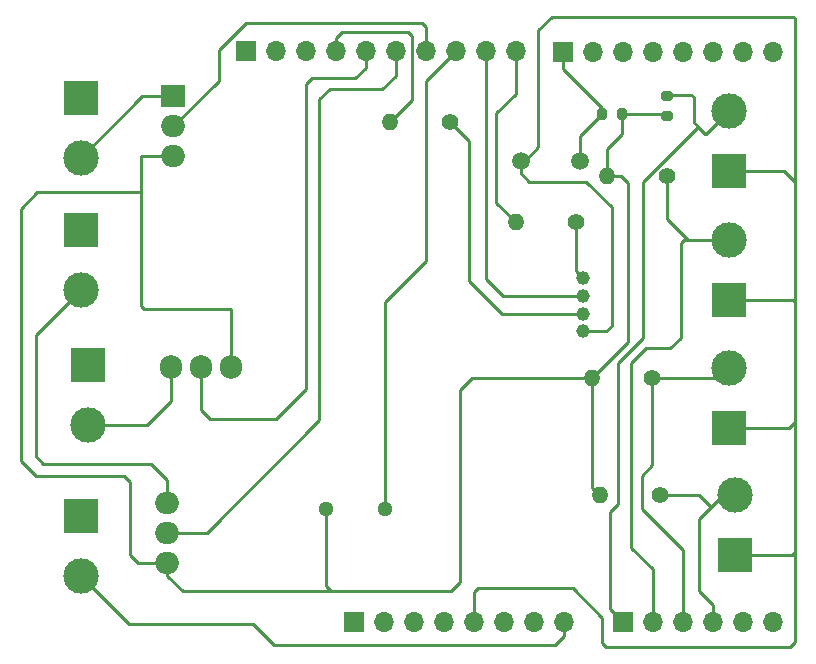
<source format=gtl>
%TF.GenerationSoftware,KiCad,Pcbnew,(6.0.2)*%
%TF.CreationDate,2024-04-01T14:50:51-05:00*%
%TF.ProjectId,Security_Mat,53656375-7269-4747-995f-4d61742e6b69,rev?*%
%TF.SameCoordinates,Original*%
%TF.FileFunction,Copper,L1,Top*%
%TF.FilePolarity,Positive*%
%FSLAX46Y46*%
G04 Gerber Fmt 4.6, Leading zero omitted, Abs format (unit mm)*
G04 Created by KiCad (PCBNEW (6.0.2)) date 2024-04-01 14:50:51*
%MOMM*%
%LPD*%
G01*
G04 APERTURE LIST*
G04 Aperture macros list*
%AMRoundRect*
0 Rectangle with rounded corners*
0 $1 Rounding radius*
0 $2 $3 $4 $5 $6 $7 $8 $9 X,Y pos of 4 corners*
0 Add a 4 corners polygon primitive as box body*
4,1,4,$2,$3,$4,$5,$6,$7,$8,$9,$2,$3,0*
0 Add four circle primitives for the rounded corners*
1,1,$1+$1,$2,$3*
1,1,$1+$1,$4,$5*
1,1,$1+$1,$6,$7*
1,1,$1+$1,$8,$9*
0 Add four rect primitives between the rounded corners*
20,1,$1+$1,$2,$3,$4,$5,0*
20,1,$1+$1,$4,$5,$6,$7,0*
20,1,$1+$1,$6,$7,$8,$9,0*
20,1,$1+$1,$8,$9,$2,$3,0*%
G04 Aperture macros list end*
%TA.AperFunction,ComponentPad*%
%ADD10C,1.400000*%
%TD*%
%TA.AperFunction,ComponentPad*%
%ADD11O,1.400000X1.400000*%
%TD*%
%TA.AperFunction,SMDPad,CuDef*%
%ADD12RoundRect,0.200000X-0.275000X0.200000X-0.275000X-0.200000X0.275000X-0.200000X0.275000X0.200000X0*%
%TD*%
%TA.AperFunction,ComponentPad*%
%ADD13R,3.000000X3.000000*%
%TD*%
%TA.AperFunction,ComponentPad*%
%ADD14C,3.000000*%
%TD*%
%TA.AperFunction,ComponentPad*%
%ADD15R,1.700000X1.700000*%
%TD*%
%TA.AperFunction,ComponentPad*%
%ADD16O,1.700000X1.700000*%
%TD*%
%TA.AperFunction,ComponentPad*%
%ADD17O,2.000000X1.905000*%
%TD*%
%TA.AperFunction,ComponentPad*%
%ADD18C,1.508000*%
%TD*%
%TA.AperFunction,ComponentPad*%
%ADD19R,2.000000X1.905000*%
%TD*%
%TA.AperFunction,ComponentPad*%
%ADD20C,1.170000*%
%TD*%
%TA.AperFunction,SMDPad,CuDef*%
%ADD21RoundRect,0.200000X-0.200000X-0.275000X0.200000X-0.275000X0.200000X0.275000X-0.200000X0.275000X0*%
%TD*%
%TA.AperFunction,ComponentPad*%
%ADD22C,1.280000*%
%TD*%
%TA.AperFunction,ComponentPad*%
%ADD23O,1.905000X2.000000*%
%TD*%
%TA.AperFunction,Conductor*%
%ADD24C,0.250000*%
%TD*%
G04 APERTURE END LIST*
D10*
%TO.P,R6,1*%
%TO.N,Net-(R6-Pad1)*%
X155067000Y-76835000D03*
D11*
%TO.P,R6,2*%
%TO.N,Net-(J7-Pad10)*%
X149987000Y-76835000D03*
%TD*%
D12*
%TO.P,R2,1*%
%TO.N,Net-(J1-Pad2)*%
X162814000Y-66167000D03*
%TO.P,R2,2*%
%TO.N,GND*%
X162814000Y-67817000D03*
%TD*%
D13*
%TO.P,J9,1,Pin_1*%
%TO.N,unconnected-(J9-Pad1)*%
X113157000Y-101727000D03*
D14*
%TO.P,J9,2,Pin_2*%
%TO.N,Net-(J5-Pad8)*%
X113157000Y-106807000D03*
%TD*%
D15*
%TO.P,J8,1,7*%
%TO.N,Net-(J8-Pad1)*%
X153990000Y-62390000D03*
D16*
%TO.P,J8,2,6*%
%TO.N,unconnected-(J8-Pad2)*%
X156530000Y-62390000D03*
%TO.P,J8,3,5*%
%TO.N,unconnected-(J8-Pad3)*%
X159070000Y-62390000D03*
%TO.P,J8,4,4*%
%TO.N,unconnected-(J8-Pad4)*%
X161610000Y-62390000D03*
%TO.P,J8,5,3*%
%TO.N,unconnected-(J8-Pad5)*%
X164150000Y-62390000D03*
%TO.P,J8,6,2*%
%TO.N,unconnected-(J8-Pad6)*%
X166690000Y-62390000D03*
%TO.P,J8,7,TX-1*%
%TO.N,unconnected-(J8-Pad7)*%
X169230000Y-62390000D03*
%TO.P,J8,8,RX-0*%
%TO.N,unconnected-(J8-Pad8)*%
X171770000Y-62390000D03*
%TD*%
D10*
%TO.P,R3,1*%
%TO.N,Net-(J2-Pad2)*%
X162814000Y-72898000D03*
D11*
%TO.P,R3,2*%
%TO.N,GND*%
X157734000Y-72898000D03*
%TD*%
D10*
%TO.P,R7,1*%
%TO.N,Net-(R7-Pad1)*%
X144399000Y-68326000D03*
D11*
%TO.P,R7,2*%
%TO.N,Net-(J7-Pad4)*%
X139319000Y-68326000D03*
%TD*%
D17*
%TO.P,Q2,1,G*%
%TO.N,Net-(J11-Pad2)*%
X120467000Y-100584000D03*
%TO.P,Q2,2,D*%
%TO.N,Net-(J7-Pad6)*%
X120467000Y-103124000D03*
%TO.P,Q2,3,S*%
%TO.N,GND*%
X120467000Y-105664000D03*
%TD*%
D13*
%TO.P,J2,1,Pin_1*%
%TO.N,/5V*%
X168021000Y-83439000D03*
D14*
%TO.P,J2,2,Pin_2*%
%TO.N,Net-(J2-Pad2)*%
X168021000Y-78359000D03*
%TD*%
D13*
%TO.P,J3,1,Pin_1*%
%TO.N,/5V*%
X168021000Y-94234000D03*
D14*
%TO.P,J3,2,Pin_2*%
%TO.N,Net-(J3-Pad2)*%
X168021000Y-89154000D03*
%TD*%
D15*
%TO.P,J7,1,SCL*%
%TO.N,unconnected-(J7-Pad1)*%
X127100000Y-62350000D03*
D16*
%TO.P,J7,2,SDA*%
%TO.N,unconnected-(J7-Pad2)*%
X129640000Y-62350000D03*
%TO.P,J7,3,AREF*%
%TO.N,unconnected-(J7-Pad3)*%
X132180000Y-62350000D03*
%TO.P,J7,4,GND*%
%TO.N,Net-(J7-Pad4)*%
X134720000Y-62350000D03*
%TO.P,J7,5,13*%
%TO.N,Net-(J7-Pad5)*%
X137260000Y-62350000D03*
%TO.P,J7,6,12*%
%TO.N,Net-(J7-Pad6)*%
X139800000Y-62350000D03*
%TO.P,J7,7,11*%
%TO.N,Net-(J7-Pad7)*%
X142340000Y-62350000D03*
%TO.P,J7,8,10*%
%TO.N,Net-(J7-Pad8)*%
X144880000Y-62350000D03*
%TO.P,J7,9,9*%
%TO.N,Net-(J7-Pad9)*%
X147420000Y-62350000D03*
%TO.P,J7,10,8*%
%TO.N,Net-(J7-Pad10)*%
X149960000Y-62350000D03*
%TD*%
D15*
%TO.P,J5,1*%
%TO.N,unconnected-(J5-Pad1)*%
X136300000Y-110700000D03*
D16*
%TO.P,J5,2,IOREF*%
%TO.N,unconnected-(J5-Pad2)*%
X138840000Y-110700000D03*
%TO.P,J5,3,RESET*%
%TO.N,unconnected-(J5-Pad3)*%
X141380000Y-110700000D03*
%TO.P,J5,4,3.3V*%
%TO.N,unconnected-(J5-Pad4)*%
X143920000Y-110700000D03*
%TO.P,J5,5,5V*%
%TO.N,/5V*%
X146460000Y-110700000D03*
%TO.P,J5,6,GND*%
%TO.N,unconnected-(J5-Pad6)*%
X149000000Y-110700000D03*
%TO.P,J5,7,GND*%
%TO.N,unconnected-(J5-Pad7)*%
X151540000Y-110700000D03*
%TO.P,J5,8,Vin*%
%TO.N,Net-(J5-Pad8)*%
X154080000Y-110700000D03*
%TD*%
D10*
%TO.P,R4,1*%
%TO.N,Net-(J3-Pad2)*%
X161544000Y-90043000D03*
D11*
%TO.P,R4,2*%
%TO.N,GND*%
X156464000Y-90043000D03*
%TD*%
D18*
%TO.P,SW1,1,A*%
%TO.N,/5V*%
X150408000Y-71628000D03*
%TO.P,SW1,2,B*%
%TO.N,Net-(J8-Pad1)*%
X155408000Y-71628000D03*
%TD*%
D19*
%TO.P,Q3,1,G*%
%TO.N,Net-(J10-Pad2)*%
X120975000Y-66167000D03*
D17*
%TO.P,Q3,2,D*%
%TO.N,Net-(J7-Pad7)*%
X120975000Y-68707000D03*
%TO.P,Q3,3,S*%
%TO.N,GND*%
X120975000Y-71247000D03*
%TD*%
D15*
%TO.P,J6,1,A0*%
%TO.N,Net-(J1-Pad2)*%
X159070000Y-110650000D03*
D16*
%TO.P,J6,2,A1*%
%TO.N,Net-(J2-Pad2)*%
X161610000Y-110650000D03*
%TO.P,J6,3,A2*%
%TO.N,Net-(J3-Pad2)*%
X164150000Y-110650000D03*
%TO.P,J6,4,A3*%
%TO.N,Net-(J4-Pad2)*%
X166690000Y-110650000D03*
%TO.P,J6,5,A4*%
%TO.N,unconnected-(J6-Pad5)*%
X169230000Y-110650000D03*
%TO.P,J6,6,A5*%
%TO.N,unconnected-(J6-Pad6)*%
X171770000Y-110650000D03*
%TD*%
D13*
%TO.P,J1,1,Pin_1*%
%TO.N,/5V*%
X168021000Y-72517000D03*
D14*
%TO.P,J1,2,Pin_2*%
%TO.N,Net-(J1-Pad2)*%
X168021000Y-67437000D03*
%TD*%
D20*
%TO.P,U1,1,RXD*%
%TO.N,Net-(R6-Pad1)*%
X155644000Y-81570000D03*
%TO.P,U1,2,TX*%
%TO.N,Net-(J7-Pad9)*%
X155644000Y-83070000D03*
%TO.P,U1,3,GND*%
%TO.N,Net-(R7-Pad1)*%
X155644000Y-84570000D03*
%TO.P,U1,4,Vcc*%
%TO.N,/5V*%
X155644000Y-86070000D03*
%TD*%
D21*
%TO.P,R1,1*%
%TO.N,Net-(J8-Pad1)*%
X157290000Y-67691000D03*
%TO.P,R1,2*%
%TO.N,GND*%
X158940000Y-67691000D03*
%TD*%
D13*
%TO.P,J10,1,Pin_1*%
%TO.N,unconnected-(J10-Pad1)*%
X113157000Y-66294000D03*
D14*
%TO.P,J10,2,Pin_2*%
%TO.N,Net-(J10-Pad2)*%
X113157000Y-71374000D03*
%TD*%
D10*
%TO.P,R5,1*%
%TO.N,Net-(J4-Pad2)*%
X162179000Y-99949000D03*
D11*
%TO.P,R5,2*%
%TO.N,GND*%
X157099000Y-99949000D03*
%TD*%
D22*
%TO.P,LS1,1*%
%TO.N,Net-(J7-Pad8)*%
X138898000Y-101092000D03*
%TO.P,LS1,2*%
%TO.N,GND*%
X133898000Y-101092000D03*
%TD*%
D13*
%TO.P,J11,1,Pin_1*%
%TO.N,unconnected-(J11-Pad1)*%
X113157000Y-77470000D03*
D14*
%TO.P,J11,2,Pin_2*%
%TO.N,Net-(J11-Pad2)*%
X113157000Y-82550000D03*
%TD*%
D13*
%TO.P,J4,1,Pin_1*%
%TO.N,/5V*%
X168529000Y-105029000D03*
D14*
%TO.P,J4,2,Pin_2*%
%TO.N,Net-(J4-Pad2)*%
X168529000Y-99949000D03*
%TD*%
D13*
%TO.P,J12,1,Pin_1*%
%TO.N,unconnected-(J12-Pad1)*%
X113792000Y-88900000D03*
D14*
%TO.P,J12,2,Pin_2*%
%TO.N,Net-(J12-Pad2)*%
X113792000Y-93980000D03*
%TD*%
D23*
%TO.P,Q1,1,G*%
%TO.N,Net-(J12-Pad2)*%
X120777000Y-89083000D03*
%TO.P,Q1,2,D*%
%TO.N,Net-(J7-Pad5)*%
X123317000Y-89083000D03*
%TO.P,Q1,3,S*%
%TO.N,GND*%
X125857000Y-89083000D03*
%TD*%
D24*
%TO.N,Net-(J11-Pad2)*%
X109347000Y-86360000D02*
X113157000Y-82550000D01*
X109347000Y-96647000D02*
X109347000Y-86360000D01*
X119126000Y-97282000D02*
X109982000Y-97282000D01*
X109982000Y-97282000D02*
X109347000Y-96647000D01*
X120467000Y-98623000D02*
X119126000Y-97282000D01*
X120467000Y-100584000D02*
X120467000Y-98623000D01*
%TO.N,GND*%
X109474000Y-74295000D02*
X118237000Y-74295000D01*
X109347000Y-98298000D02*
X108077000Y-97028000D01*
X108077000Y-97028000D02*
X108077000Y-75692000D01*
X116840000Y-98298000D02*
X109347000Y-98298000D01*
X117348000Y-98806000D02*
X116840000Y-98298000D01*
X117983000Y-105664000D02*
X117348000Y-105029000D01*
X117348000Y-105029000D02*
X117348000Y-98806000D01*
X120467000Y-105664000D02*
X117983000Y-105664000D01*
X108077000Y-75692000D02*
X109474000Y-74295000D01*
%TO.N,Net-(J5-Pad8)*%
X154080000Y-110700000D02*
X154080000Y-111858000D01*
X153289000Y-112649000D02*
X129540000Y-112649000D01*
X117221000Y-110871000D02*
X113157000Y-106807000D01*
X154080000Y-111858000D02*
X153289000Y-112649000D01*
X127762000Y-110871000D02*
X117221000Y-110871000D01*
X129540000Y-112649000D02*
X127762000Y-110871000D01*
%TO.N,GND*%
X159004000Y-67755000D02*
X158940000Y-67691000D01*
X145288000Y-91059000D02*
X146304000Y-90043000D01*
X158940000Y-67691000D02*
X160782000Y-67691000D01*
X146304000Y-90043000D02*
X156464000Y-90043000D01*
X118237000Y-71247000D02*
X120975000Y-71247000D01*
X160782000Y-67691000D02*
X162688000Y-67691000D01*
X162688000Y-67691000D02*
X162814000Y-67817000D01*
X118237000Y-74295000D02*
X118237000Y-83947000D01*
X157734000Y-72898000D02*
X157734000Y-70612000D01*
X156464000Y-90043000D02*
X156464000Y-99314000D01*
X145288000Y-102616000D02*
X145288000Y-91059000D01*
X159512000Y-73533000D02*
X158877000Y-72898000D01*
X145288000Y-102616000D02*
X145288000Y-107315000D01*
X156464000Y-99314000D02*
X157099000Y-99949000D01*
X125857000Y-84201000D02*
X125857000Y-89083000D01*
X118491000Y-84201000D02*
X125857000Y-84201000D01*
X118237000Y-74295000D02*
X118237000Y-71247000D01*
X133898000Y-101092000D02*
X133898000Y-107609000D01*
X158877000Y-72898000D02*
X157734000Y-72898000D01*
X159512000Y-86995000D02*
X159512000Y-73533000D01*
X157734000Y-70612000D02*
X159004000Y-69342000D01*
X134366000Y-108077000D02*
X121793000Y-108077000D01*
X121793000Y-108077000D02*
X120467000Y-106751000D01*
X133898000Y-107609000D02*
X134366000Y-108077000D01*
X144526000Y-108077000D02*
X134366000Y-108077000D01*
X156464000Y-90043000D02*
X159512000Y-86995000D01*
X118237000Y-83947000D02*
X118491000Y-84201000D01*
X120467000Y-106751000D02*
X120467000Y-105664000D01*
X145288000Y-107315000D02*
X144526000Y-108077000D01*
X162624000Y-67627000D02*
X162814000Y-67817000D01*
X159004000Y-69342000D02*
X159004000Y-67755000D01*
%TO.N,/5V*%
X157643000Y-86070000D02*
X158115000Y-85598000D01*
X173609000Y-104775000D02*
X173609000Y-112395000D01*
X168021000Y-83439000D02*
X173482000Y-83439000D01*
X151892000Y-60579000D02*
X153035000Y-59436000D01*
X157295000Y-112464000D02*
X157295000Y-110305000D01*
X173609000Y-93726000D02*
X173609000Y-83566000D01*
X173609000Y-73533000D02*
X173609000Y-73406000D01*
X154813000Y-107823000D02*
X146812000Y-107823000D01*
X168021000Y-94234000D02*
X173101000Y-94234000D01*
X173228000Y-112776000D02*
X165354000Y-112776000D01*
X165354000Y-112776000D02*
X157607000Y-112776000D01*
X173609000Y-59563000D02*
X173609000Y-73533000D01*
X158115000Y-85598000D02*
X158115000Y-75565000D01*
X157607000Y-112776000D02*
X157295000Y-112464000D01*
X173609000Y-83566000D02*
X173609000Y-73533000D01*
X151892000Y-70485000D02*
X151892000Y-60579000D01*
X173355000Y-105029000D02*
X173609000Y-104775000D01*
X173609000Y-73406000D02*
X172720000Y-72517000D01*
X173482000Y-59436000D02*
X173609000Y-59563000D01*
X172720000Y-72517000D02*
X168021000Y-72517000D01*
X146812000Y-107823000D02*
X146460000Y-108175000D01*
X153035000Y-59436000D02*
X173482000Y-59436000D01*
X150408000Y-71628000D02*
X150749000Y-71628000D01*
X173482000Y-83439000D02*
X173609000Y-83566000D01*
X157295000Y-110305000D02*
X154813000Y-107823000D01*
X173609000Y-93726000D02*
X173609000Y-104775000D01*
X158115000Y-75565000D02*
X155956000Y-73406000D01*
X150749000Y-71628000D02*
X151892000Y-70485000D01*
X155956000Y-73406000D02*
X151130000Y-73406000D01*
X173609000Y-112395000D02*
X173228000Y-112776000D01*
X173101000Y-94234000D02*
X173609000Y-93726000D01*
X150408000Y-72684000D02*
X150408000Y-71628000D01*
X146460000Y-108175000D02*
X146460000Y-110700000D01*
X168529000Y-105029000D02*
X173355000Y-105029000D01*
X155644000Y-86070000D02*
X157643000Y-86070000D01*
X151130000Y-73406000D02*
X150408000Y-72684000D01*
%TO.N,Net-(J1-Pad2)*%
X164846000Y-66040000D02*
X162941000Y-66040000D01*
X165036500Y-68389500D02*
X165417500Y-68770500D01*
X160782000Y-77597000D02*
X160718500Y-77533500D01*
X157988000Y-101346000D02*
X158623000Y-100711000D01*
X165417500Y-68770500D02*
X165989000Y-69342000D01*
X165036500Y-68389500D02*
X165036500Y-66230500D01*
X158623000Y-88773000D02*
X160782000Y-86614000D01*
X160718500Y-73469500D02*
X165417500Y-68770500D01*
X162941000Y-66040000D02*
X162814000Y-66167000D01*
X165989000Y-69342000D02*
X166116000Y-69342000D01*
X165036500Y-66230500D02*
X164846000Y-66040000D01*
X158623000Y-100711000D02*
X158623000Y-88773000D01*
X160782000Y-86614000D02*
X160782000Y-77597000D01*
X159070000Y-110650000D02*
X157988000Y-109568000D01*
X157988000Y-109568000D02*
X157988000Y-101346000D01*
X166116000Y-69342000D02*
X168021000Y-67437000D01*
X160718500Y-77533500D02*
X160718500Y-73469500D01*
%TO.N,Net-(J2-Pad2)*%
X163068000Y-87503000D02*
X163957000Y-86614000D01*
X162814000Y-72898000D02*
X162814000Y-76581000D01*
X163957000Y-86614000D02*
X163957000Y-78613000D01*
X159766000Y-88773000D02*
X161036000Y-87503000D01*
X161610000Y-106238000D02*
X159766000Y-104394000D01*
X161610000Y-110650000D02*
X161610000Y-106238000D01*
X164211000Y-78359000D02*
X164592000Y-78359000D01*
X163957000Y-78613000D02*
X164211000Y-78359000D01*
X161036000Y-87503000D02*
X163068000Y-87503000D01*
X159766000Y-104394000D02*
X159766000Y-88773000D01*
X162814000Y-76581000D02*
X164592000Y-78359000D01*
X164592000Y-78359000D02*
X168021000Y-78359000D01*
%TO.N,Net-(J3-Pad2)*%
X161544000Y-90043000D02*
X167132000Y-90043000D01*
X164150000Y-110650000D02*
X164150000Y-104587000D01*
X160655000Y-98298000D02*
X161544000Y-97409000D01*
X164150000Y-104587000D02*
X160655000Y-101092000D01*
X167132000Y-90043000D02*
X168021000Y-89154000D01*
X160655000Y-101092000D02*
X160655000Y-98298000D01*
X161544000Y-97409000D02*
X161544000Y-90043000D01*
%TO.N,Net-(J4-Pad2)*%
X165481000Y-108077000D02*
X165481000Y-101981000D01*
X166433500Y-100901500D02*
X166433500Y-101028500D01*
X166690000Y-109286000D02*
X165481000Y-108077000D01*
X166690000Y-110650000D02*
X166690000Y-109286000D01*
X167513000Y-99949000D02*
X168529000Y-99949000D01*
X165481000Y-99949000D02*
X166433500Y-100901500D01*
X166433500Y-101028500D02*
X167513000Y-99949000D01*
X162179000Y-99949000D02*
X165481000Y-99949000D01*
X165481000Y-101981000D02*
X166433500Y-101028500D01*
%TO.N,Net-(J7-Pad4)*%
X141165489Y-66479511D02*
X141165489Y-61028489D01*
X135255000Y-60706000D02*
X134720000Y-61241000D01*
X140843000Y-60706000D02*
X135255000Y-60706000D01*
X141165489Y-61028489D02*
X140843000Y-60706000D01*
X139319000Y-68326000D02*
X141165489Y-66479511D01*
X134720000Y-61241000D02*
X134720000Y-62350000D01*
%TO.N,Net-(J7-Pad5)*%
X129667000Y-93472000D02*
X132207000Y-90932000D01*
X132207000Y-65151000D02*
X132715000Y-64643000D01*
X137260000Y-63781000D02*
X137260000Y-62350000D01*
X124079000Y-93472000D02*
X129667000Y-93472000D01*
X136398000Y-64643000D02*
X137260000Y-63781000D01*
X123317000Y-89083000D02*
X123317000Y-92710000D01*
X123317000Y-92710000D02*
X124079000Y-93472000D01*
X132715000Y-64643000D02*
X136398000Y-64643000D01*
X132207000Y-90932000D02*
X132207000Y-65151000D01*
%TO.N,Net-(J7-Pad6)*%
X133350000Y-93599000D02*
X133350000Y-66421000D01*
X134239000Y-65532000D02*
X138684000Y-65532000D01*
X123825000Y-103124000D02*
X133350000Y-93599000D01*
X133350000Y-66421000D02*
X134239000Y-65532000D01*
X138684000Y-65532000D02*
X139800000Y-64416000D01*
X120467000Y-103124000D02*
X123825000Y-103124000D01*
X139800000Y-64416000D02*
X139800000Y-62350000D01*
%TO.N,Net-(J7-Pad7)*%
X142340000Y-62350000D02*
X142340000Y-60298000D01*
X142340000Y-60298000D02*
X142049500Y-60007500D01*
X127093478Y-60007500D02*
X142049500Y-60007500D01*
X124841000Y-62259978D02*
X127093478Y-60007500D01*
X142367000Y-60325000D02*
X142049500Y-60007500D01*
X124841000Y-64841000D02*
X124841000Y-62259978D01*
X120975000Y-68707000D02*
X124841000Y-64841000D01*
%TO.N,Net-(J7-Pad8)*%
X142367000Y-64863000D02*
X144880000Y-62350000D01*
X142367000Y-80137000D02*
X142367000Y-64863000D01*
X138898000Y-83606000D02*
X142367000Y-80137000D01*
X138898000Y-101092000D02*
X138898000Y-83606000D01*
%TO.N,Net-(J7-Pad9)*%
X147420000Y-81634000D02*
X147420000Y-62350000D01*
X148856000Y-83070000D02*
X147420000Y-81634000D01*
X155644000Y-83070000D02*
X148856000Y-83070000D01*
%TO.N,Net-(J7-Pad10)*%
X149987000Y-76835000D02*
X148336000Y-75184000D01*
X148336000Y-67564000D02*
X149960000Y-65940000D01*
X148336000Y-75184000D02*
X148336000Y-67564000D01*
X149960000Y-65940000D02*
X149960000Y-62350000D01*
%TO.N,Net-(J8-Pad1)*%
X157290000Y-67691000D02*
X157290000Y-67184000D01*
X155408000Y-69573000D02*
X157290000Y-67691000D01*
X155408000Y-71628000D02*
X155408000Y-69573000D01*
X157290000Y-67184000D02*
X153990000Y-63884000D01*
X153990000Y-63884000D02*
X153990000Y-62390000D01*
%TO.N,Net-(J10-Pad2)*%
X118364000Y-66167000D02*
X120975000Y-66167000D01*
X113157000Y-71374000D02*
X118364000Y-66167000D01*
%TO.N,Net-(J12-Pad2)*%
X118745000Y-93980000D02*
X120777000Y-91948000D01*
X113792000Y-93980000D02*
X118745000Y-93980000D01*
X120777000Y-91948000D02*
X120777000Y-89083000D01*
%TO.N,Net-(R6-Pad1)*%
X155067000Y-80993000D02*
X155644000Y-81570000D01*
X155067000Y-76835000D02*
X155067000Y-80993000D01*
%TO.N,Net-(R7-Pad1)*%
X155644000Y-84570000D02*
X148832000Y-84570000D01*
X148832000Y-84570000D02*
X146050000Y-81788000D01*
X146050000Y-69977000D02*
X144399000Y-68326000D01*
X146050000Y-81788000D02*
X146050000Y-69977000D01*
%TD*%
M02*

</source>
